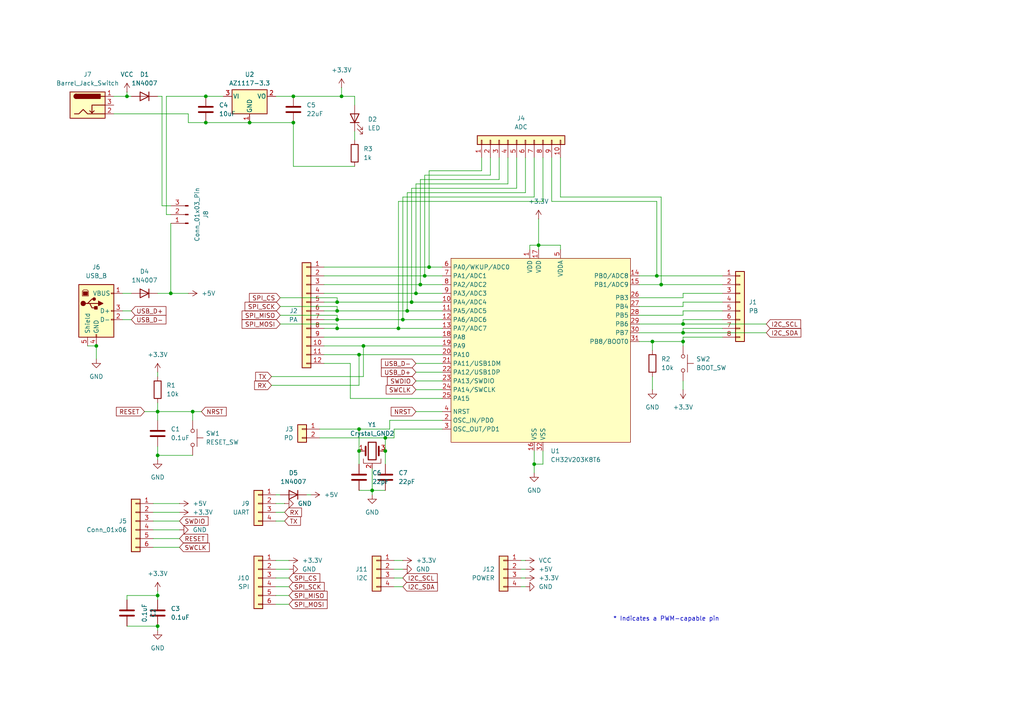
<source format=kicad_sch>
(kicad_sch (version 20231120) (generator "eeschema") (generator_version "8.0")
  (paper "A4")
  (title_block (date "mar. 31 mars 2015"))
  (lib_symbols
    (symbol "+5V_1" (power) (pin_numbers hide) (pin_names (offset 0) hide)
      (property "Value" "+5V" (at 0 3.556 0))
      (symbol "+5V_1_1_1"
        (pin power_in line (at 0 0 90) (length 0) (name "~") (number "1"))
      )
    )
    (symbol "+5V_2" (power) (pin_numbers hide) (pin_names (offset 0) hide)
      (property "Value" "+5V" (at 0 3.556 0))
      (symbol "+5V_2_1_1"
        (pin power_in line (at 0 0 90) (length 0) (name "~") (number "1"))
      )
    )
    (symbol "Connector:Barrel_Jack_Switch" (pin_names hide)
      (property "Reference" "J" (at 0 5.334 0))
      (property "Value" "Barrel_Jack_Switch" (at 0 -5.08 0))
      (symbol "Barrel_Jack_Switch_1_1"
        (pin passive line (at 7.62 2.54 180) (length 2.54) (name "~") (number "1"))
        (pin passive line (at 7.62 -2.54 180) (length 2.54) (name "~") (number "2"))
        (pin passive line (at 7.62 0 180) (length 2.54) (name "~") (number "3"))
      )
    )
    (symbol "Connector:Conn_01x03_Pin" (pin_names (offset 1.016) hide)
      (property "Reference" "J" (at 0 5.08 0))
      (property "Value" "Conn_01x03_Pin" (at 0 -5.08 0))
      (symbol "Conn_01x03_Pin_1_1"
        (pin passive line (at 5.08 2.54 180) (length 3.81) (name "Pin_1") (number "1"))
        (pin passive line (at 5.08 0 180) (length 3.81) (name "Pin_2") (number "2"))
        (pin passive line (at 5.08 -2.54 180) (length 3.81) (name "Pin_3") (number "3"))
      )
    )
    (symbol "Connector:USB_B" (pin_names (offset 1.016))
      (property "Reference" "J" (at -5.08 11.43 0))
      (property "Value" "USB_B" (at -5.08 8.89 0))
      (symbol "USB_B_1_1"
        (pin power_out line (at 7.62 5.08 180) (length 2.54) (name "VBUS") (number "1"))
        (pin bidirectional line (at 7.62 -2.54 180) (length 2.54) (name "D-") (number "2"))
        (pin bidirectional line (at 7.62 0 180) (length 2.54) (name "D+") (number "3"))
        (pin power_out line (at 0 -10.16 90) (length 2.54) (name "GND") (number "4"))
        (pin passive line (at -2.54 -10.16 90) (length 2.54) (name "Shield") (number "5"))
      )
    )
    (symbol "Connector_Generic:Conn_01x02" (pin_names (offset 1.016) hide)
      (property "Reference" "J" (at 0 2.54 0))
      (property "Value" "Conn_01x02" (at 0 -5.08 0))
      (symbol "Conn_01x02_1_1"
        (pin passive line (at -5.08 0 0) (length 3.81) (name "Pin_1") (number "1"))
        (pin passive line (at -5.08 -2.54 0) (length 3.81) (name "Pin_2") (number "2"))
      )
    )
    (symbol "Connector_Generic:Conn_01x04" (pin_names (offset 1.016) hide)
      (property "Reference" "J" (at 0 5.08 0))
      (property "Value" "Conn_01x04" (at 0 -7.62 0))
      (symbol "Conn_01x04_1_1"
        (pin passive line (at -5.08 2.54 0) (length 3.81) (name "Pin_1") (number "1"))
        (pin passive line (at -5.08 0 0) (length 3.81) (name "Pin_2") (number "2"))
        (pin passive line (at -5.08 -2.54 0) (length 3.81) (name "Pin_3") (number "3"))
        (pin passive line (at -5.08 -5.08 0) (length 3.81) (name "Pin_4") (number "4"))
      )
    )
    (symbol "Connector_Generic:Conn_01x06" (pin_names (offset 1.016) hide)
      (property "Reference" "J" (at 0 7.62 0))
      (property "Value" "Conn_01x06" (at 0 -10.16 0))
      (symbol "Conn_01x06_1_1"
        (pin passive line (at -5.08 5.08 0) (length 3.81) (name "Pin_1") (number "1"))
        (pin passive line (at -5.08 2.54 0) (length 3.81) (name "Pin_2") (number "2"))
        (pin passive line (at -5.08 0 0) (length 3.81) (name "Pin_3") (number "3"))
        (pin passive line (at -5.08 -2.54 0) (length 3.81) (name "Pin_4") (number "4"))
        (pin passive line (at -5.08 -5.08 0) (length 3.81) (name "Pin_5") (number "5"))
        (pin passive line (at -5.08 -7.62 0) (length 3.81) (name "Pin_6") (number "6"))
      )
    )
    (symbol "Connector_Generic:Conn_01x08" (pin_names (offset 1.016) hide)
      (property "Reference" "J" (at 0 10.16 0))
      (property "Value" "Conn_01x08" (at 0 -12.7 0))
      (symbol "Conn_01x08_1_1"
        (pin passive line (at -5.08 7.62 0) (length 3.81) (name "Pin_1") (number "1"))
        (pin passive line (at -5.08 5.08 0) (length 3.81) (name "Pin_2") (number "2"))
        (pin passive line (at -5.08 2.54 0) (length 3.81) (name "Pin_3") (number "3"))
        (pin passive line (at -5.08 0 0) (length 3.81) (name "Pin_4") (number "4"))
        (pin passive line (at -5.08 -2.54 0) (length 3.81) (name "Pin_5") (number "5"))
        (pin passive line (at -5.08 -5.08 0) (length 3.81) (name "Pin_6") (number "6"))
        (pin passive line (at -5.08 -7.62 0) (length 3.81) (name "Pin_7") (number "7"))
        (pin passive line (at -5.08 -10.16 0) (length 3.81) (name "Pin_8") (number "8"))
      )
    )
    (symbol "Connector_Generic:Conn_01x10" (pin_names (offset 1.016) hide)
      (property "Reference" "J" (at 0 12.7 0))
      (property "Value" "Conn_01x10" (at 0 -15.24 0))
      (symbol "Conn_01x10_1_1"
        (pin passive line (at -5.08 10.16 0) (length 3.81) (name "Pin_1") (number "1"))
        (pin passive line (at -5.08 -12.7 0) (length 3.81) (name "Pin_10") (number "10"))
        (pin passive line (at -5.08 7.62 0) (length 3.81) (name "Pin_2") (number "2"))
        (pin passive line (at -5.08 5.08 0) (length 3.81) (name "Pin_3") (number "3"))
        (pin passive line (at -5.08 2.54 0) (length 3.81) (name "Pin_4") (number "4"))
        (pin passive line (at -5.08 0 0) (length 3.81) (name "Pin_5") (number "5"))
        (pin passive line (at -5.08 -2.54 0) (length 3.81) (name "Pin_6") (number "6"))
        (pin passive line (at -5.08 -5.08 0) (length 3.81) (name "Pin_7") (number "7"))
        (pin passive line (at -5.08 -7.62 0) (length 3.81) (name "Pin_8") (number "8"))
        (pin passive line (at -5.08 -10.16 0) (length 3.81) (name "Pin_9") (number "9"))
      )
    )
    (symbol "Connector_Generic:Conn_01x12" (pin_names (offset 1.016) hide)
      (property "Reference" "J" (at 0 15.24 0))
      (property "Value" "Conn_01x12" (at 0 -17.78 0))
      (symbol "Conn_01x12_1_1"
        (pin passive line (at -5.08 12.7 0) (length 3.81) (name "Pin_1") (number "1"))
        (pin passive line (at -5.08 -10.16 0) (length 3.81) (name "Pin_10") (number "10"))
        (pin passive line (at -5.08 -12.7 0) (length 3.81) (name "Pin_11") (number "11"))
        (pin passive line (at -5.08 -15.24 0) (length 3.81) (name "Pin_12") (number "12"))
        (pin passive line (at -5.08 10.16 0) (length 3.81) (name "Pin_2") (number "2"))
        (pin passive line (at -5.08 7.62 0) (length 3.81) (name "Pin_3") (number "3"))
        (pin passive line (at -5.08 5.08 0) (length 3.81) (name "Pin_4") (number "4"))
        (pin passive line (at -5.08 2.54 0) (length 3.81) (name "Pin_5") (number "5"))
        (pin passive line (at -5.08 0 0) (length 3.81) (name "Pin_6") (number "6"))
        (pin passive line (at -5.08 -2.54 0) (length 3.81) (name "Pin_7") (number "7"))
        (pin passive line (at -5.08 -5.08 0) (length 3.81) (name "Pin_8") (number "8"))
        (pin passive line (at -5.08 -7.62 0) (length 3.81) (name "Pin_9") (number "9"))
      )
    )
    (symbol "Device:C" (pin_numbers hide) (pin_names (offset 0.254))
      (property "Reference" "C" (at 0.635 2.54 0))
      (property "Value" "C" (at 0.635 -2.54 0))
      (symbol "C_1_1"
        (pin passive line (at 0 3.81 270) (length 2.794) (name "~") (number "1"))
        (pin passive line (at 0 -3.81 90) (length 2.794) (name "~") (number "2"))
      )
    )
    (symbol "Device:Crystal_GND2" (pin_names (offset 1.016) hide)
      (property "Reference" "Y" (at 0 5.715 0))
      (property "Value" "Crystal_GND2" (at 0 3.81 0))
      (symbol "Crystal_GND2_1_1"
        (pin passive line (at -3.81 0 0) (length 1.27) (name "1") (number "1"))
        (pin passive line (at 0 -5.08 90) (length 1.27) (name "2") (number "2"))
        (pin passive line (at 3.81 0 180) (length 1.27) (name "3") (number "3"))
      )
    )
    (symbol "Device:LED" (pin_numbers hide) (pin_names (offset 1.016) hide)
      (property "Reference" "D" (at 0 2.54 0))
      (property "Value" "LED" (at 0 -2.54 0))
      (symbol "LED_1_1"
        (pin passive line (at -3.81 0 0) (length 2.54) (name "K") (number "1"))
        (pin passive line (at 3.81 0 180) (length 2.54) (name "A") (number "2"))
      )
    )
    (symbol "Device:R" (pin_numbers hide) (pin_names (offset 0))
      (property "Reference" "R" (at 2.032 0 90))
      (property "Value" "R" (at 0 0 90))
      (symbol "R_1_1"
        (pin passive line (at 0 3.81 270) (length 1.27) (name "~") (number "1"))
        (pin passive line (at 0 -3.81 90) (length 1.27) (name "~") (number "2"))
      )
    )
    (symbol "Diode:1N4007" (pin_numbers hide) (pin_names hide)
      (property "Reference" "D" (at 0 2.54 0))
      (property "Value" "1N4007" (at 0 -2.54 0))
      (symbol "1N4007_1_1"
        (pin passive line (at -3.81 0 0) (length 2.54) (name "K") (number "1"))
        (pin passive line (at 3.81 0 180) (length 2.54) (name "A") (number "2"))
      )
    )
    (symbol "GND_1" (power) (pin_numbers hide) (pin_names (offset 0) hide)
      (property "Value" "GND" (at 0 -3.81 0))
      (symbol "GND_1_1_1"
        (pin power_in line (at 0 0 270) (length 0) (name "~") (number "1"))
      )
    )
    (symbol "GND_2" (power) (pin_numbers hide) (pin_names (offset 0) hide)
      (property "Value" "GND" (at 0 -3.81 0))
      (symbol "GND_2_1_1"
        (pin power_in line (at 0 0 270) (length 0) (name "~") (number "1"))
      )
    )
    (symbol "GND_4" (power) (pin_numbers hide) (pin_names (offset 0) hide)
      (property "Value" "GND" (at 0 -3.81 0))
      (symbol "GND_4_1_1"
        (pin power_in line (at 0 0 270) (length 0) (name "~") (number "1"))
      )
    )
    (symbol "GND_5" (power) (pin_numbers hide) (pin_names (offset 0) hide)
      (property "Value" "GND" (at 0 -3.81 0))
      (symbol "GND_5_1_1"
        (pin power_in line (at 0 0 270) (length 0) (name "~") (number "1"))
      )
    )
    (symbol "GND_6" (power) (pin_numbers hide) (pin_names (offset 0) hide)
      (property "Value" "GND" (at 0 -3.81 0))
      (symbol "GND_6_1_1"
        (pin power_in line (at 0 0 270) (length 0) (name "~") (number "1"))
      )
    )
    (symbol "Regulator_Linear:AZ1117-3.3" (pin_names (offset 0.254))
      (property "Reference" "U" (at -3.81 3.175 0))
      (property "Value" "AZ1117-3.3" (at 0 3.175 0))
      (symbol "AZ1117-3.3_1_1"
        (pin power_in line (at 0 -7.62 90) (length 2.54) (name "GND") (number "1"))
        (pin power_out line (at 7.62 0 180) (length 2.54) (name "VO") (number "2"))
        (pin power_in line (at -7.62 0 0) (length 2.54) (name "VI") (number "3"))
      )
    )
    (symbol "Switch:SW_Push" (pin_numbers hide) (pin_names (offset 1.016) hide)
      (property "Reference" "SW" (at 1.27 2.54 0))
      (property "Value" "SW_Push" (at 0 -1.524 0))
      (symbol "SW_Push_0_1"
        (pin passive line (at -5.08 0 0) (length 2.54) (name "1") (number "1"))
        (pin passive line (at 5.08 0 180) (length 2.54) (name "2") (number "2"))
      )
    )
    (symbol "VCC_1" (power) (pin_numbers hide) (pin_names (offset 0) hide)
      (property "Value" "VCC" (at 0 3.556 0))
      (symbol "VCC_1_1_1"
        (pin power_in line (at 0 0 90) (length 0) (name "~") (number "1"))
      )
    )
    (symbol "ch32v203:CH32V203K8T6"
      (property "Reference" "U" (at -16.51 29.21 0))
      (property "Value" "CH32V203K8T6" (at -15.24 26.67 0))
      (symbol "CH32V203K8T6_1_1"
        (pin power_in line (at -2.54 27.94 270) (length 2.54) (name "VDD") (number "1"))
        (pin bidirectional line (at -27.94 12.7 0) (length 2.54) (name "PA4/ADC4") (number "10"))
        (pin bidirectional line (at -27.94 10.16 0) (length 2.54) (name "PA5/ADC5") (number "11"))
        (pin bidirectional line (at -27.94 7.62 0) (length 2.54) (name "PA6/ADC6") (number "12"))
        (pin bidirectional line (at -27.94 5.08 0) (length 2.54) (name "PA7/ADC7") (number "13"))
        (pin bidirectional line (at 29.21 20.32 180) (length 2.54) (name "PB0/ADC8") (number "14"))
        (pin bidirectional line (at 29.21 17.78 180) (length 2.54) (name "PB1/ADC9") (number "15"))
        (pin power_in line (at -1.27 -30.48 90) (length 2.54) (name "VSS") (number "16"))
        (pin power_in line (at 0 27.94 270) (length 2.54) (name "VDD") (number "17"))
        (pin bidirectional line (at -27.94 2.54 0) (length 2.54) (name "PA8") (number "18"))
        (pin bidirectional line (at -27.94 0 0) (length 2.54) (name "PA9") (number "19"))
        (pin bidirectional line (at -27.94 -21.59 0) (length 2.54) (name "OSC_IN/PD0") (number "2"))
        (pin bidirectional line (at -27.94 -2.54 0) (length 2.54) (name "PA10") (number "20"))
        (pin bidirectional line (at -27.94 -5.08 0) (length 2.54) (name "PA11/USB1DM") (number "21"))
        (pin bidirectional line (at -27.94 -7.62 0) (length 2.54) (name "PA12/USB1DP") (number "22"))
        (pin bidirectional line (at -27.94 -10.16 0) (length 2.54) (name "PA13/SWDIO") (number "23"))
        (pin bidirectional line (at -27.94 -12.7 0) (length 2.54) (name "PA14/SWCLK") (number "24"))
        (pin bidirectional line (at -27.94 -15.24 0) (length 2.54) (name "PA15") (number "25"))
        (pin bidirectional line (at 29.21 13.97 180) (length 2.54) (name "PB3") (number "26"))
        (pin bidirectional line (at 29.21 11.43 180) (length 2.54) (name "PB4") (number "27"))
        (pin bidirectional line (at 29.21 8.89 180) (length 2.54) (name "PB5") (number "28"))
        (pin bidirectional line (at 29.21 6.35 180) (length 2.54) (name "PB6") (number "29"))
        (pin bidirectional line (at -27.94 -24.13 0) (length 2.54) (name "OSC_OUT/PD1") (number "3"))
        (pin bidirectional line (at 29.21 3.81 180) (length 2.54) (name "PB7") (number "30"))
        (pin bidirectional line (at 29.21 1.27 180) (length 2.54) (name "PB8/BOOT0") (number "31"))
        (pin power_in line (at 1.27 -30.48 90) (length 2.54) (name "VSS") (number "32"))
        (pin bidirectional line (at -27.94 -19.05 0) (length 2.54) (name "NRST") (number "4"))
        (pin power_in line (at 6.35 27.94 270) (length 2.54) (name "VDDA") (number "5"))
        (pin bidirectional line (at -27.94 22.86 0) (length 2.54) (name "PA0/WKUP/ADC0") (number "6"))
        (pin bidirectional line (at -27.94 20.32 0) (length 2.54) (name "PA1/ADC1") (number "7"))
        (pin bidirectional line (at -27.94 17.78 0) (length 2.54) (name "PA2/ADC2") (number "8"))
        (pin bidirectional line (at -27.94 15.24 0) (length 2.54) (name "PA3/ADC3") (number "9"))
      )
    )
    (symbol "power:+3.3V" (power) (pin_numbers hide) (pin_names (offset 0) hide)
      (property "Value" "+3.3V" (at 0 3.556 0))
      (symbol "+3.3V_1_1"
        (pin power_in line (at 0 0 90) (length 0) (name "~") (number "1"))
      )
    )
    (symbol "power:+5V" (power) (pin_numbers hide) (pin_names (offset 0) hide)
      (property "Value" "+5V" (at 0 3.556 0))
      (symbol "+5V_1_1"
        (pin power_in line (at 0 0 90) (length 0) (name "~") (number "1"))
      )
    )
    (symbol "power:GND" (power) (pin_numbers hide) (pin_names (offset 0) hide)
      (property "Value" "GND" (at 0 -3.81 0))
      (symbol "GND_1_1"
        (pin power_in line (at 0 0 270) (length 0) (name "~") (number "1"))
      )
    )
    (symbol "power:VCC" (power) (pin_numbers hide) (pin_names (offset 0) hide)
      (property "Value" "VCC" (at 0 3.556 0))
      (symbol "VCC_1_1"
        (pin power_in line (at 0 0 90) (length 0) (name "~") (number "1"))
      )
    )
  )
  (junction (at 85.09 27.94))
  (junction (at 104.14 102.87))
  (junction (at 154.94 134.62))
  (junction (at 119.38 87.63))
  (junction (at 45.72 181.61))
  (junction (at 59.69 35.56))
  (junction (at 36.83 27.94))
  (junction (at 191.77 82.55))
  (junction (at 198.12 96.52))
  (junction (at 121.92 82.55))
  (junction (at 85.09 35.56))
  (junction (at 45.72 172.72))
  (junction (at 190.5 80.01))
  (junction (at 111.76 130.81))
  (junction (at 105.41 100.33))
  (junction (at 55.88 119.38))
  (junction (at 123.19 80.01))
  (junction (at 97.79 95.25))
  (junction (at 107.95 142.24))
  (junction (at 97.79 87.63))
  (junction (at 49.53 85.09))
  (junction (at 59.69 27.94))
  (junction (at 111.76 127))
  (junction (at 116.84 92.71))
  (junction (at 97.79 90.17))
  (junction (at 104.14 130.81))
  (junction (at 118.11 90.17))
  (junction (at 27.94 100.33))
  (junction (at 72.39 35.56))
  (junction (at 97.79 92.71))
  (junction (at 45.72 132.08))
  (junction (at 189.23 99.06))
  (junction (at 99.06 27.94))
  (junction (at 120.65 85.09))
  (junction (at 124.46 77.47))
  (junction (at 156.21 71.12))
  (junction (at 198.12 99.06))
  (junction (at 198.12 93.98))
  (junction (at 45.72 119.38))
  (junction (at 104.14 124.46))
  (junction (at 115.57 95.25))
  (wire (pts (xy 139.7 49.53) (xy 124.46 49.53)))
  (wire (pts (xy 41.91 119.38) (xy 45.72 119.38)))
  (wire (pts (xy 45.72 107.95) (xy 45.72 109.22)))
  (wire (pts (xy 120.65 53.34) (xy 120.65 85.09)))
  (wire (pts (xy 44.45 146.05) (xy 52.07 146.05)))
  (wire (pts (xy 191.77 57.15) (xy 191.77 82.55)))
  (wire (pts (xy 198.12 90.17) (xy 209.55 90.17)))
  (wire (pts (xy 190.5 80.01) (xy 190.5 58.42)))
  (wire (pts (xy 93.98 102.87) (xy 104.14 102.87)))
  (wire (pts (xy 45.72 27.94) (xy 46.99 27.94)))
  (wire (pts (xy 93.98 97.79) (xy 128.27 97.79)))
  (wire (pts (xy 156.21 71.12) (xy 162.56 71.12)))
  (wire (pts (xy 152.4 55.88) (xy 152.4 45.72)))
  (wire (pts (xy 35.56 90.17) (xy 38.1 90.17)))
  (wire (pts (xy 118.11 90.17) (xy 128.27 90.17)))
  (wire (pts (xy 104.14 124.46) (xy 104.14 130.81)))
  (wire (pts (xy 189.23 109.22) (xy 189.23 113.03)))
  (wire (pts (xy 80.01 175.26) (xy 83.82 175.26)))
  (wire (pts (xy 33.02 33.02) (xy 54.61 33.02)))
  (wire (pts (xy 111.76 130.81) (xy 111.76 134.62)))
  (wire (pts (xy 36.83 172.72) (xy 36.83 173.99)))
  (wire (pts (xy 27.94 100.33) (xy 27.94 104.14)))
  (wire (pts (xy 120.65 85.09) (xy 128.27 85.09)))
  (wire (pts (xy 81.28 93.98) (xy 97.79 93.98)))
  (wire (pts (xy 97.79 95.25) (xy 115.57 95.25)))
  (wire (pts (xy 46.99 27.94) (xy 46.99 59.69)))
  (wire (pts (xy 185.42 96.52) (xy 198.12 96.52)))
  (wire (pts (xy 115.57 95.25) (xy 115.57 58.42)))
  (wire (pts (xy 157.48 130.81) (xy 157.48 134.62)))
  (wire (pts (xy 36.83 181.61) (xy 45.72 181.61)))
  (wire (pts (xy 185.42 82.55) (xy 191.77 82.55)))
  (wire (pts (xy 120.65 105.41) (xy 128.27 105.41)))
  (wire (pts (xy 151.13 165.1) (xy 152.4 165.1)))
  (wire (pts (xy 104.14 130.81) (xy 104.14 134.62)))
  (wire (pts (xy 114.3 165.1) (xy 116.84 165.1)))
  (wire (pts (xy 162.56 57.15) (xy 191.77 57.15)))
  (wire (pts (xy 46.99 59.69) (xy 49.53 59.69)))
  (wire (pts (xy 116.84 92.71) (xy 128.27 92.71)))
  (wire (pts (xy 85.09 27.94) (xy 99.06 27.94)))
  (wire (pts (xy 35.56 92.71) (xy 38.1 92.71)))
  (wire (pts (xy 149.86 54.61) (xy 119.38 54.61)))
  (wire (pts (xy 45.72 119.38) (xy 45.72 121.92)))
  (wire (pts (xy 128.27 115.57) (xy 101.6 115.57)))
  (wire (pts (xy 123.19 80.01) (xy 123.19 50.8)))
  (wire (pts (xy 101.6 105.41) (xy 93.98 105.41)))
  (wire (pts (xy 121.92 82.55) (xy 128.27 82.55)))
  (wire (pts (xy 198.12 99.06) (xy 198.12 100.33)))
  (wire (pts (xy 113.03 124.46) (xy 113.03 121.92)))
  (wire (pts (xy 80.01 162.56) (xy 83.82 162.56)))
  (wire (pts (xy 114.3 127) (xy 111.76 127)))
  (wire (pts (xy 45.72 172.72) (xy 36.83 172.72)))
  (wire (pts (xy 97.79 92.71) (xy 116.84 92.71)))
  (wire (pts (xy 120.65 110.49) (xy 128.27 110.49)))
  (wire (pts (xy 198.12 95.25) (xy 209.55 95.25)))
  (wire (pts (xy 144.78 52.07) (xy 144.78 45.72)))
  (wire (pts (xy 25.4 100.33) (xy 27.94 100.33)))
  (wire (pts (xy 156.21 63.5) (xy 156.21 71.12)))
  (wire (pts (xy 44.45 151.13) (xy 52.07 151.13)))
  (wire (pts (xy 198.12 96.52) (xy 222.25 96.52)))
  (wire (pts (xy 116.84 92.71) (xy 116.84 57.15)))
  (wire (pts (xy 118.11 55.88) (xy 118.11 90.17)))
  (wire (pts (xy 107.95 135.89) (xy 107.95 142.24)))
  (wire (pts (xy 104.14 124.46) (xy 113.03 124.46)))
  (wire (pts (xy 142.24 50.8) (xy 142.24 45.72)))
  (wire (pts (xy 104.14 111.76) (xy 104.14 102.87)))
  (wire (pts (xy 198.12 88.9) (xy 198.12 87.63)))
  (wire (pts (xy 121.92 82.55) (xy 121.92 52.07)))
  (wire (pts (xy 93.98 77.47) (xy 124.46 77.47)))
  (wire (pts (xy 48.26 62.23) (xy 48.26 27.94)))
  (wire (pts (xy 114.3 167.64) (xy 116.84 167.64)))
  (wire (pts (xy 116.84 57.15) (xy 154.94 57.15)))
  (wire (pts (xy 97.79 87.63) (xy 97.79 86.36)))
  (wire (pts (xy 190.5 58.42) (xy 160.02 58.42)))
  (wire (pts (xy 209.55 97.79) (xy 198.12 97.79)))
  (wire (pts (xy 119.38 87.63) (xy 128.27 87.63)))
  (wire (pts (xy 114.3 170.18) (xy 116.84 170.18)))
  (wire (pts (xy 124.46 49.53) (xy 124.46 77.47)))
  (wire (pts (xy 198.12 91.44) (xy 198.12 90.17)))
  (wire (pts (xy 101.6 115.57) (xy 101.6 105.41)))
  (wire (pts (xy 104.14 142.24) (xy 107.95 142.24)))
  (wire (pts (xy 36.83 27.94) (xy 38.1 27.94)))
  (wire (pts (xy 115.57 58.42) (xy 157.48 58.42)))
  (wire (pts (xy 102.87 38.1) (xy 102.87 40.64)))
  (wire (pts (xy 80.01 148.59) (xy 82.55 148.59)))
  (wire (pts (xy 44.45 153.67) (xy 52.07 153.67)))
  (wire (pts (xy 45.72 85.09) (xy 49.53 85.09)))
  (wire (pts (xy 48.26 27.94) (xy 59.69 27.94)))
  (wire (pts (xy 80.01 146.05) (xy 82.55 146.05)))
  (wire (pts (xy 97.79 87.63) (xy 119.38 87.63)))
  (wire (pts (xy 45.72 172.72) (xy 45.72 173.99)))
  (wire (pts (xy 81.28 91.44) (xy 97.79 91.44)))
  (wire (pts (xy 198.12 96.52) (xy 198.12 95.25)))
  (wire (pts (xy 123.19 50.8) (xy 142.24 50.8)))
  (wire (pts (xy 160.02 58.42) (xy 160.02 45.72)))
  (wire (pts (xy 44.45 158.75) (xy 52.07 158.75)))
  (wire (pts (xy 154.94 57.15) (xy 154.94 45.72)))
  (wire (pts (xy 92.71 127) (xy 111.76 127)))
  (wire (pts (xy 198.12 93.98) (xy 222.25 93.98)))
  (wire (pts (xy 80.01 172.72) (xy 83.82 172.72)))
  (wire (pts (xy 149.86 45.72) (xy 149.86 54.61)))
  (wire (pts (xy 54.61 33.02) (xy 54.61 35.56)))
  (wire (pts (xy 55.88 132.08) (xy 45.72 132.08)))
  (wire (pts (xy 185.42 88.9) (xy 198.12 88.9)))
  (wire (pts (xy 189.23 99.06) (xy 189.23 101.6)))
  (wire (pts (xy 80.01 167.64) (xy 83.82 167.64)))
  (wire (pts (xy 105.41 100.33) (xy 128.27 100.33)))
  (wire (pts (xy 198.12 86.36) (xy 198.12 85.09)))
  (wire (pts (xy 120.65 113.03) (xy 128.27 113.03)))
  (wire (pts (xy 102.87 48.26) (xy 85.09 48.26)))
  (wire (pts (xy 59.69 35.56) (xy 72.39 35.56)))
  (wire (pts (xy 55.88 119.38) (xy 55.88 121.92)))
  (wire (pts (xy 49.53 85.09) (xy 54.61 85.09)))
  (wire (pts (xy 80.01 143.51) (xy 81.28 143.51)))
  (wire (pts (xy 104.14 102.87) (xy 128.27 102.87)))
  (wire (pts (xy 154.94 130.81) (xy 154.94 134.62)))
  (wire (pts (xy 81.28 86.36) (xy 97.79 86.36)))
  (wire (pts (xy 80.01 165.1) (xy 83.82 165.1)))
  (wire (pts (xy 190.5 80.01) (xy 209.55 80.01)))
  (wire (pts (xy 198.12 92.71) (xy 209.55 92.71)))
  (wire (pts (xy 114.3 162.56) (xy 116.84 162.56)))
  (wire (pts (xy 198.12 97.79) (xy 198.12 99.06)))
  (wire (pts (xy 185.42 99.06) (xy 189.23 99.06)))
  (wire (pts (xy 97.79 90.17) (xy 118.11 90.17)))
  (wire (pts (xy 97.79 90.17) (xy 97.79 88.9)))
  (wire (pts (xy 118.11 55.88) (xy 152.4 55.88)))
  (wire (pts (xy 107.95 142.24) (xy 107.95 143.51)))
  (wire (pts (xy 99.06 27.94) (xy 99.06 25.4)))
  (wire (pts (xy 105.41 109.22) (xy 78.74 109.22)))
  (wire (pts (xy 123.19 80.01) (xy 128.27 80.01)))
  (wire (pts (xy 80.01 27.94) (xy 85.09 27.94)))
  (wire (pts (xy 45.72 116.84) (xy 45.72 119.38)))
  (wire (pts (xy 114.3 124.46) (xy 114.3 127)))
  (wire (pts (xy 45.72 132.08) (xy 45.72 129.54)))
  (wire (pts (xy 33.02 27.94) (xy 36.83 27.94)))
  (wire (pts (xy 49.53 62.23) (xy 48.26 62.23)))
  (wire (pts (xy 93.98 92.71) (xy 97.79 92.71)))
  (wire (pts (xy 162.56 71.12) (xy 162.56 72.39)))
  (wire (pts (xy 151.13 162.56) (xy 152.4 162.56)))
  (wire (pts (xy 44.45 156.21) (xy 52.07 156.21)))
  (wire (pts (xy 198.12 87.63) (xy 209.55 87.63)))
  (wire (pts (xy 97.79 95.25) (xy 97.79 93.98)))
  (wire (pts (xy 156.21 71.12) (xy 156.21 72.39)))
  (wire (pts (xy 124.46 77.47) (xy 128.27 77.47)))
  (wire (pts (xy 121.92 52.07) (xy 144.78 52.07)))
  (wire (pts (xy 198.12 110.49) (xy 198.12 113.03)))
  (wire (pts (xy 45.72 119.38) (xy 55.88 119.38)))
  (wire (pts (xy 115.57 95.25) (xy 128.27 95.25)))
  (wire (pts (xy 80.01 170.18) (xy 83.82 170.18)))
  (wire (pts (xy 36.83 27.94) (xy 36.83 26.67)))
  (wire (pts (xy 93.98 90.17) (xy 97.79 90.17)))
  (wire (pts (xy 147.32 45.72) (xy 147.32 53.34)))
  (wire (pts (xy 88.9 143.51) (xy 90.17 143.51)))
  (wire (pts (xy 97.79 92.71) (xy 97.79 91.44)))
  (wire (pts (xy 107.95 142.24) (xy 111.76 142.24)))
  (wire (pts (xy 139.7 45.72) (xy 139.7 49.53)))
  (wire (pts (xy 93.98 82.55) (xy 121.92 82.55)))
  (wire (pts (xy 185.42 91.44) (xy 198.12 91.44)))
  (wire (pts (xy 44.45 148.59) (xy 52.07 148.59)))
  (wire (pts (xy 119.38 54.61) (xy 119.38 87.63)))
  (wire (pts (xy 185.42 93.98) (xy 198.12 93.98)))
  (wire (pts (xy 102.87 27.94) (xy 102.87 30.48)))
  (wire (pts (xy 185.42 86.36) (xy 198.12 86.36)))
  (wire (pts (xy 93.98 100.33) (xy 105.41 100.33)))
  (wire (pts (xy 45.72 182.88) (xy 45.72 181.61)))
  (wire (pts (xy 151.13 167.64) (xy 152.4 167.64)))
  (wire (pts (xy 198.12 93.98) (xy 198.12 92.71)))
  (wire (pts (xy 151.13 170.18) (xy 152.4 170.18)))
  (wire (pts (xy 153.67 72.39) (xy 153.67 71.12)))
  (wire (pts (xy 128.27 124.46) (xy 114.3 124.46)))
  (wire (pts (xy 35.56 85.09) (xy 38.1 85.09)))
  (wire (pts (xy 185.42 80.01) (xy 190.5 80.01)))
  (wire (pts (xy 55.88 119.38) (xy 58.42 119.38)))
  (wire (pts (xy 198.12 85.09) (xy 209.55 85.09)))
  (wire (pts (xy 120.65 107.95) (xy 128.27 107.95)))
  (wire (pts (xy 154.94 134.62) (xy 154.94 137.16)))
  (wire (pts (xy 92.71 124.46) (xy 104.14 124.46)))
  (wire (pts (xy 99.06 27.94) (xy 102.87 27.94)))
  (wire (pts (xy 120.65 119.38) (xy 128.27 119.38)))
  (wire (pts (xy 93.98 85.09) (xy 120.65 85.09)))
  (wire (pts (xy 93.98 95.25) (xy 97.79 95.25)))
  (wire (pts (xy 147.32 53.34) (xy 120.65 53.34)))
  (wire (pts (xy 111.76 127) (xy 111.76 130.81)))
  (wire (pts (xy 105.41 100.33) (xy 105.41 109.22)))
  (wire (pts (xy 97.79 88.9) (xy 81.28 88.9)))
  (wire (pts (xy 78.74 111.76) (xy 104.14 111.76)))
  (wire (pts (xy 157.48 58.42) (xy 157.48 45.72)))
  (wire (pts (xy 45.72 171.45) (xy 45.72 172.72)))
  (wire (pts (xy 49.53 85.09) (xy 49.53 64.77)))
  (wire (pts (xy 153.67 71.12) (xy 156.21 71.12)))
  (wire (pts (xy 93.98 80.01) (xy 123.19 80.01)))
  (wire (pts (xy 59.69 27.94) (xy 64.77 27.94)))
  (wire (pts (xy 113.03 121.92) (xy 128.27 121.92)))
  (wire (pts (xy 45.72 132.08) (xy 45.72 133.35)))
  (wire (pts (xy 54.61 35.56) (xy 59.69 35.56)))
  (wire (pts (xy 80.01 151.13) (xy 82.55 151.13)))
  (wire (pts (xy 189.23 99.06) (xy 198.12 99.06)))
  (wire (pts (xy 85.09 35.56) (xy 85.09 48.26)))
  (wire (pts (xy 157.48 134.62) (xy 154.94 134.62)))
  (wire (pts (xy 72.39 35.56) (xy 85.09 35.56)))
  (wire (pts (xy 93.98 87.63) (xy 97.79 87.63)))
  (wire (pts (xy 191.77 82.55) (xy 209.55 82.55)))
  (wire (pts (xy 162.56 45.72) (xy 162.56 57.15)))
  (text "* Indicates a PWM-capable pin" (at 177.8 180.34 0) (effects (font (size 1.27 1.27)) (justify left bottom)))
  (global_label "I2C_SCL" (shape input) (at 222.25 93.98 0) (property "Intersheetrefs" "${INTERSHEET_REFS}" (effects (hide yes))))
  (global_label "RX" (shape input) (at 82.55 148.59 0) (property "Intersheetrefs" "${INTERSHEET_REFS}" (effects (hide yes))))
  (global_label "TX" (shape input) (at 78.74 109.22 180) (property "Intersheetrefs" "${INTERSHEET_REFS}" (effects (hide yes))))
  (global_label "SPI_SCK" (shape input) (at 81.28 88.9 180) (property "Intersheetrefs" "${INTERSHEET_REFS}" (effects (hide yes))))
  (global_label "TX" (shape input) (at 82.55 151.13 0) (property "Intersheetrefs" "${INTERSHEET_REFS}" (effects (hide yes))))
  (global_label "I2C_SDA" (shape input) (at 222.25 96.52 0) (property "Intersheetrefs" "${INTERSHEET_REFS}" (effects (hide yes))))
  (global_label "SPI_CS" (shape input) (at 83.82 167.64 0) (property "Intersheetrefs" "${INTERSHEET_REFS}" (effects (hide yes))))
  (global_label "SPI_MOSI" (shape input) (at 81.28 93.98 180) (property "Intersheetrefs" "${INTERSHEET_REFS}" (effects (hide yes))))
  (global_label "SPI_CS" (shape input) (at 81.28 86.36 180) (property "Intersheetrefs" "${INTERSHEET_REFS}" (effects (hide yes))))
  (global_label "I2C_SCL" (shape input) (at 116.84 167.64 0) (property "Intersheetrefs" "${INTERSHEET_REFS}" (effects (hide yes))))
  (global_label "I2C_SDA" (shape input) (at 116.84 170.18 0) (property "Intersheetrefs" "${INTERSHEET_REFS}" (effects (hide yes))))
  (global_label "USB_D+" (shape input) (at 38.1 90.17 0) (property "Intersheetrefs" "${INTERSHEET_REFS}" (effects (hide yes))))
  (global_label "USB_D-" (shape input) (at 120.65 105.41 180) (property "Intersheetrefs" "${INTERSHEET_REFS}" (effects (hide yes))))
  (global_label "NRST" (shape input) (at 120.65 119.38 180) (property "Intersheetrefs" "${INTERSHEET_REFS}" (effects (hide yes))))
  (global_label "RESET" (shape input) (at 41.91 119.38 180) (property "Intersheetrefs" "${INTERSHEET_REFS}" (effects (hide yes))))
  (global_label "RESET" (shape input) (at 52.07 156.21 0) (property "Intersheetrefs" "${INTERSHEET_REFS}" (effects (hide yes))))
  (global_label "RX" (shape input) (at 78.74 111.76 180) (property "Intersheetrefs" "${INTERSHEET_REFS}" (effects (hide yes))))
  (global_label "NRST" (shape input) (at 58.42 119.38 0) (property "Intersheetrefs" "${INTERSHEET_REFS}" (effects (hide yes))))
  (global_label "SWDIO" (shape input) (at 120.65 110.49 180) (property "Intersheetrefs" "${INTERSHEET_REFS}" (effects (hide yes))))
  (global_label "SWCLK" (shape input) (at 52.07 158.75 0) (property "Intersheetrefs" "${INTERSHEET_REFS}" (effects (hide yes))))
  (global_label "SWDIO" (shape input) (at 52.07 151.13 0) (property "Intersheetrefs" "${INTERSHEET_REFS}" (effects (hide yes))))
  (global_label "SWCLK" (shape input) (at 120.65 113.03 180) (property "Intersheetrefs" "${INTERSHEET_REFS}" (effects (hide yes))))
  (global_label "SPI_MISO" (shape input) (at 83.82 172.72 0) (property "Intersheetrefs" "${INTERSHEET_REFS}" (effects (hide yes))))
  (global_label "SPI_SCK" (shape input) (at 83.82 170.18 0) (property "Intersheetrefs" "${INTERSHEET_REFS}" (effects (hide yes))))
  (global_label "SPI_MISO" (shape input) (at 81.28 91.44 180) (property "Intersheetrefs" "${INTERSHEET_REFS}" (effects (hide yes))))
  (global_label "USB_D-" (shape input) (at 38.1 92.71 0) (property "Intersheetrefs" "${INTERSHEET_REFS}" (effects (hide yes))))
  (global_label "SPI_MOSI" (shape input) (at 83.82 175.26 0) (property "Intersheetrefs" "${INTERSHEET_REFS}" (effects (hide yes))))
  (global_label "USB_D+" (shape input) (at 120.65 107.95 180) (property "Intersheetrefs" "${INTERSHEET_REFS}" (effects (hide yes))))
  (symbol (lib_id "Regulator_Linear:AZ1117-3.3") (at 72.39 27.94 0) (unit 1)
    (property "Reference" "U2" (at 72.39 21.59 0))
    (property "Value" "AZ1117-3.3" (at 72.39 24.13 0))
    (property "Footprint" "Package_TO_SOT_SMD:SOT-223-3_TabPin2" (effects (hide yes)))
    (property "Datasheet" "https://www.diodes.com/assets/Datasheets/AZ1117.pdf" (effects (hide yes)))
    (property "Description" "1A 20V Fixed LDO Linear Regulator, 3.3V, SOT-89/SOT-223/TO-220/TO-252/TO-263" (effects (hide yes)))
  )
  (symbol (lib_id "Device:C") (at 111.76 138.43 0) (unit 1)
    (property "Reference" "C7" (at 115.57 137.1599 0) (effects (justify left)))
    (property "Value" "22pF" (at 115.57 139.6999 0) (effects (justify left)))
    (property "Footprint" "Capacitor_THT:C_Disc_D5.0mm_W2.5mm_P5.00mm" (effects (hide yes)))
    (property "Description" "Unpolarized capacitor" (effects (hide yes)))
  )
  (symbol (lib_id "power:+3.3V") (at 99.06 25.4 0) (unit 1)
    (property "Reference" "#PWR020" (effects (hide yes)))
    (property "Value" "+3.3V" (at 99.06 20.32 0))
    (property "Description" "Power symbol creates a global label with name \"+3.3V\"" (effects (hide yes)))
  )
  (symbol (lib_id "Connector_Generic:Conn_01x06") (at 74.93 167.64 0) (mirror y) (unit 1)
    (property "Reference" "J10" (at 72.39 167.6399 0) (effects (justify left)))
    (property "Value" "SPI" (at 72.39 170.1799 0) (effects (justify left)))
    (property "Footprint" "Connector_PinHeader_2.54mm:PinHeader_1x06_P2.54mm_Vertical" (effects (hide yes)))
    (property "Description" "Generic connector, single row, 01x06, script generated (kicad-library-utils/schlib/autogen/connector/)" (effects (hide yes)))
  )
  (symbol (lib_id "Device:C") (at 104.14 138.43 0) (unit 1)
    (property "Reference" "C6" (at 107.95 137.1599 0) (effects (justify left)))
    (property "Value" "22pF" (at 107.95 139.6999 0) (effects (justify left)))
    (property "Footprint" "Capacitor_THT:C_Disc_D5.0mm_W2.5mm_P5.00mm" (effects (hide yes)))
    (property "Description" "Unpolarized capacitor" (effects (hide yes)))
  )
  (symbol (lib_id "Connector_Generic:Conn_01x06") (at 39.37 151.13 0) (mirror y) (unit 1)
    (property "Reference" "J5" (at 36.83 151.1299 0) (effects (justify left)))
    (property "Value" "Conn_01x06" (at 36.83 153.6699 0) (effects (justify left)))
    (property "Footprint" "Connector_PinHeader_2.54mm:PinHeader_1x06_P2.54mm_Vertical" (effects (hide yes)))
    (property "Description" "Generic connector, single row, 01x06, script generated (kicad-library-utils/schlib/autogen/connector/)" (effects (hide yes)))
  )
  (symbol (lib_name "GND_5") (lib_id "power:GND") (at 45.72 182.88 0) (unit 1)
    (property "Reference" "#PWR015" (effects (hide yes)))
    (property "Value" "GND" (at 45.72 187.96 0))
    (property "Description" "Power symbol creates a global label with name \"GND\" , ground" (effects (hide yes)))
  )
  (symbol (lib_id "Diode:1N4007") (at 85.09 143.51 0) (mirror y) (unit 1)
    (property "Reference" "D5" (at 85.09 137.16 0))
    (property "Value" "1N4007" (at 85.09 139.7 0))
    (property "Footprint" "Diode_THT:D_DO-41_SOD81_P10.16mm_Horizontal" (effects (hide yes)))
    (property "Datasheet" "http://www.vishay.com/docs/88503/1n4001.pdf" (effects (hide yes)))
    (property "Description" "1000V 1A General Purpose Rectifier Diode, DO-41" (effects (hide yes)))
    (property "Sim.Device" "D" (effects (hide yes)))
    (property "Sim.Pins" "1=K 2=A" (effects (hide yes)))
  )
  (symbol (lib_id "Switch:SW_Push") (at 198.12 105.41 270) (unit 1)
    (property "Reference" "SW2" (at 201.93 104.1399 90) (effects (justify left)))
    (property "Value" "BOOT_SW" (at 201.93 106.6799 90) (effects (justify left)))
    (property "Footprint" "Button_Switch_THT:SW_PUSH_6mm_H5mm" (effects (hide yes)))
    (property "Description" "Push button switch, generic, two pins" (effects (hide yes)))
  )
  (symbol (lib_name "GND_4") (lib_id "power:GND") (at 154.94 137.16 0) (unit 1)
    (property "Reference" "#PWR013" (effects (hide yes)))
    (property "Value" "GND" (at 154.94 142.24 0))
    (property "Description" "Power symbol creates a global label with name \"GND\" , ground" (effects (hide yes)))
  )
  (symbol (lib_name "GND_2") (lib_id "power:GND") (at 189.23 113.03 0) (unit 1)
    (property "Reference" "#PWR017" (effects (hide yes)))
    (property "Value" "GND" (at 189.23 118.11 0))
    (property "Description" "Power symbol creates a global label with name \"GND\" , ground" (effects (hide yes)))
  )
  (symbol (lib_id "power:+5V") (at 90.17 143.51 270) (unit 1)
    (property "Reference" "#PWR03" (effects (hide yes)))
    (property "Value" "+5V" (at 93.98 143.5099 90) (effects (justify left)))
    (property "Description" "Power symbol creates a global label with name \"+5V\"" (effects (hide yes)))
  )
  (symbol (lib_id "Device:R") (at 189.23 105.41 0) (unit 1)
    (property "Reference" "R2" (at 191.77 104.1399 0) (effects (justify left)))
    (property "Value" "10k" (at 191.77 106.6799 0) (effects (justify left)))
    (property "Footprint" "Resistor_THT:R_Axial_DIN0204_L3.6mm_D1.6mm_P7.62mm_Horizontal" (effects (hide yes)))
    (property "Description" "Resistor" (effects (hide yes)))
  )
  (symbol (lib_id "Device:C") (at 45.72 177.8 0) (unit 1)
    (property "Reference" "C3" (at 49.53 176.5299 0) (effects (justify left)))
    (property "Value" "0.1uF" (at 49.53 179.0699 0) (effects (justify left)))
    (property "Footprint" "Capacitor_THT:C_Disc_D5.0mm_W2.5mm_P5.00mm" (effects (hide yes)))
    (property "Description" "Unpolarized capacitor" (effects (hide yes)))
  )
  (symbol (lib_id "Connector_Generic:Conn_01x04") (at 109.22 165.1 0) (mirror y) (unit 1)
    (property "Reference" "J11" (at 106.68 165.0999 0) (effects (justify left)))
    (property "Value" "I2C" (at 106.68 167.6399 0) (effects (justify left)))
    (property "Footprint" "Connector_PinHeader_2.54mm:PinHeader_1x04_P2.54mm_Vertical" (effects (hide yes)))
    (property "Description" "Generic connector, single row, 01x04, script generated (kicad-library-utils/schlib/autogen/connector/)" (effects (hide yes)))
  )
  (symbol (lib_id "power:+3.3V") (at 83.82 162.56 270) (unit 1)
    (property "Reference" "#PWR04" (effects (hide yes)))
    (property "Value" "+3.3V" (at 87.63 162.5599 90) (effects (justify left)))
    (property "Description" "Power symbol creates a global label with name \"+3.3V\"" (effects (hide yes)))
  )
  (symbol (lib_id "Device:C") (at 85.09 31.75 0) (unit 1)
    (property "Reference" "C5" (at 88.9 30.4799 0) (effects (justify left)))
    (property "Value" "22uF" (at 88.9 33.0199 0) (effects (justify left)))
    (property "Footprint" "Capacitor_THT:C_Disc_D5.0mm_W2.5mm_P5.00mm" (effects (hide yes)))
    (property "Description" "Unpolarized capacitor" (effects (hide yes)))
  )
  (symbol (lib_id "Device:C") (at 45.72 125.73 0) (unit 1)
    (property "Reference" "C1" (at 49.53 124.4599 0) (effects (justify left)))
    (property "Value" "0.1uF" (at 49.53 126.9999 0) (effects (justify left)))
    (property "Footprint" "Capacitor_THT:C_Disc_D5.0mm_W2.5mm_P5.00mm" (effects (hide yes)))
    (property "Description" "Unpolarized capacitor" (effects (hide yes)))
  )
  (symbol (lib_id "Device:Crystal_GND2") (at 107.95 130.81 0) (unit 1)
    (property "Reference" "Y1" (at 107.95 123.19 0))
    (property "Value" "Crystal_GND2" (at 107.95 125.73 0))
    (property "Footprint" "Crystal:Crystal_HC49-U-3Pin_Vertical" (effects (hide yes)))
    (property "Description" "Three pin crystal, GND on pin 2" (effects (hide yes)))
  )
  (symbol (lib_id "Diode:1N4007") (at 41.91 85.09 0) (mirror y) (unit 1)
    (property "Reference" "D4" (at 41.91 78.74 0))
    (property "Value" "1N4007" (at 41.91 81.28 0))
    (property "Footprint" "Diode_THT:D_DO-41_SOD81_P10.16mm_Horizontal" (effects (hide yes)))
    (property "Datasheet" "http://www.vishay.com/docs/88503/1n4001.pdf" (effects (hide yes)))
    (property "Description" "1000V 1A General Purpose Rectifier Diode, DO-41" (effects (hide yes)))
    (property "Sim.Device" "D" (effects (hide yes)))
    (property "Sim.Pins" "1=K 2=A" (effects (hide yes)))
  )
  (symbol (lib_id "power:+3.3V") (at 45.72 107.95 0) (unit 1)
    (property "Reference" "#PWR010" (effects (hide yes)))
    (property "Value" "+3.3V" (at 45.72 102.87 0))
    (property "Description" "Power symbol creates a global label with name \"+3.3V\"" (effects (hide yes)))
  )
  (symbol (lib_id "Connector_Generic:Conn_01x12") (at 88.9 90.17 0) (mirror y) (unit 1)
    (property "Reference" "J2" (at 86.36 90.1699 0) (effects (justify left)))
    (property "Value" "PA" (at 86.36 92.7099 0) (effects (justify left)))
    (property "Footprint" "Connector_PinHeader_2.54mm:PinHeader_1x12_P2.54mm_Vertical" (effects (hide yes)))
    (property "Description" "Generic connector, single row, 01x12, script generated (kicad-library-utils/schlib/autogen/connector/)" (effects (hide yes)))
  )
  (symbol (lib_id "Device:R") (at 102.87 44.45 0) (unit 1)
    (property "Reference" "R3" (at 105.41 43.1799 0) (effects (justify left)))
    (property "Value" "1k" (at 105.41 45.7199 0) (effects (justify left)))
    (property "Footprint" "Resistor_THT:R_Axial_DIN0204_L3.6mm_D1.6mm_P7.62mm_Horizontal" (effects (hide yes)))
    (property "Description" "Resistor" (effects (hide yes)))
  )
  (symbol (lib_id "power:+3.3V") (at 116.84 162.56 270) (unit 1)
    (property "Reference" "#PWR012" (effects (hide yes)))
    (property "Value" "+3.3V" (at 120.65 162.5599 90) (effects (justify left)))
    (property "Description" "Power symbol creates a global label with name \"+3.3V\"" (effects (hide yes)))
  )
  (symbol (lib_id "Device:C") (at 59.69 31.75 0) (unit 1)
    (property "Reference" "C4" (at 63.5 30.4799 0) (effects (justify left)))
    (property "Value" "10uF" (at 63.5 33.0199 0) (effects (justify left)))
    (property "Footprint" "Capacitor_THT:C_Disc_D5.0mm_W2.5mm_P5.00mm" (effects (hide yes)))
    (property "Description" "Unpolarized capacitor" (effects (hide yes)))
  )
  (symbol (lib_name "+5V_1") (lib_id "power:+5V") (at 52.07 146.05 270) (unit 1)
    (property "Reference" "#PWR08" (effects (hide yes)))
    (property "Value" "+5V" (at 55.88 146.0499 90) (effects (justify left)))
    (property "Description" "Power symbol creates a global label with name \"+5V\"" (effects (hide yes)))
  )
  (symbol (lib_id "power:+3.3V") (at 45.72 171.45 0) (unit 1)
    (property "Reference" "#PWR014" (effects (hide yes)))
    (property "Value" "+3.3V" (at 45.72 166.37 0))
    (property "Description" "Power symbol creates a global label with name \"+3.3V\"" (effects (hide yes)))
  )
  (symbol (lib_id "power:+3.3V") (at 152.4 167.64 270) (unit 1)
    (property "Reference" "#PWR024" (effects (hide yes)))
    (property "Value" "+3.3V" (at 156.21 167.6399 90) (effects (justify left)))
    (property "Description" "Power symbol creates a global label with name \"+3.3V\"" (effects (hide yes)))
  )
  (symbol (lib_id "Connector_Generic:Conn_01x02") (at 87.63 124.46 0) (mirror y) (unit 1)
    (property "Reference" "J3" (at 85.09 124.4599 0) (effects (justify left)))
    (property "Value" "PD" (at 85.09 126.9999 0) (effects (justify left)))
    (property "Footprint" "Connector_PinHeader_2.54mm:PinHeader_1x02_P2.54mm_Vertical" (effects (hide yes)))
    (property "Description" "Generic connector, single row, 01x02, script generated (kicad-library-utils/schlib/autogen/connector/)" (effects (hide yes)))
  )
  (symbol (lib_name "GND_1") (lib_id "power:GND") (at 52.07 153.67 90) (unit 1)
    (property "Reference" "#PWR06" (effects (hide yes)))
    (property "Value" "GND" (at 55.88 153.6699 90) (effects (justify right)))
    (property "Description" "Power symbol creates a global label with name \"GND\" , ground" (effects (hide yes)))
  )
  (symbol (lib_name "+5V_2") (lib_id "power:+5V") (at 54.61 85.09 270) (unit 1)
    (property "Reference" "#PWR022" (effects (hide yes)))
    (property "Value" "+5V" (at 58.42 85.0899 90) (effects (justify left)))
    (property "Description" "Power symbol creates a global label with name \"+5V\"" (effects (hide yes)))
  )
  (symbol (lib_id "Device:R") (at 45.72 113.03 0) (unit 1)
    (property "Reference" "R1" (at 48.26 111.7599 0) (effects (justify left)))
    (property "Value" "10k" (at 48.26 114.2999 0) (effects (justify left)))
    (property "Footprint" "Resistor_THT:R_Axial_DIN0204_L3.6mm_D1.6mm_P7.62mm_Horizontal" (effects (hide yes)))
    (property "Description" "Resistor" (effects (hide yes)))
  )
  (symbol (lib_id "power:+3.3V") (at 52.07 148.59 270) (unit 1)
    (property "Reference" "#PWR07" (effects (hide yes)))
    (property "Value" "+3.3V" (at 55.88 148.5899 90) (effects (justify left)))
    (property "Description" "Power symbol creates a global label with name \"+3.3V\"" (effects (hide yes)))
  )
  (symbol (lib_id "Connector_Generic:Conn_01x10") (at 149.86 40.64 90) (unit 1)
    (property "Reference" "J4" (at 151.13 34.29 90))
    (property "Value" "ADC" (at 151.13 36.83 90))
    (property "Footprint" "Connector_PinSocket_2.54mm:PinSocket_1x10_P2.54mm_Vertical" (effects (hide yes)))
    (property "Description" "Generic connector, single row, 01x10, script generated (kicad-library-utils/schlib/autogen/connector/)" (effects (hide yes)))
  )
  (symbol (lib_id "Connector:USB_B") (at 27.94 90.17 0) (unit 1)
    (property "Reference" "J6" (at 27.94 77.47 0))
    (property "Value" "USB_B" (at 27.94 80.01 0))
    (property "Footprint" "Connector_USB:USB_B_OST_USB-B1HSxx_Horizontal" (effects (hide yes)))
    (property "Description" "USB Type B connector" (effects (hide yes)))
  )
  (symbol (lib_id "Device:LED") (at 102.87 34.29 90) (unit 1)
    (property "Reference" "D2" (at 106.68 34.6074 90) (effects (justify right)))
    (property "Value" "LED" (at 106.68 37.1474 90) (effects (justify right)))
    (property "Footprint" "LED_THT:LED_D3.0mm" (effects (hide yes)))
    (property "Description" "Light emitting diode" (effects (hide yes)))
  )
  (symbol (lib_id "power:GND") (at 152.4 170.18 90) (unit 1)
    (property "Reference" "#PWR027" (effects (hide yes)))
    (property "Value" "GND" (at 156.21 170.1799 90) (effects (justify right)))
    (property "Description" "Power symbol creates a global label with name \"GND\" , ground" (effects (hide yes)))
  )
  (symbol (lib_id "Connector_Generic:Conn_01x08") (at 214.63 87.63 0) (unit 1)
    (property "Reference" "J1" (at 217.17 87.6299 0) (effects (justify left)))
    (property "Value" "PB" (at 217.17 90.1699 0) (effects (justify left)))
    (property "Footprint" "Connector_PinSocket_2.54mm:PinSocket_1x08_P2.54mm_Vertical" (effects (hide yes)))
    (property "Description" "Generic connector, single row, 01x08, script generated (kicad-library-utils/schlib/autogen/connector/)" (effects (hide yes)))
  )
  (symbol (lib_id "power:VCC") (at 152.4 162.56 270) (unit 1)
    (property "Reference" "#PWR026" (effects (hide yes)))
    (property "Value" "VCC" (at 156.21 162.5599 90) (effects (justify left)))
    (property "Description" "Power symbol creates a global label with name \"VCC\"" (effects (hide yes)))
  )
  (symbol (lib_name "GND_2") (lib_id "power:GND") (at 45.72 133.35 0) (unit 1)
    (property "Reference" "#PWR09" (effects (hide yes)))
    (property "Value" "GND" (at 45.72 138.43 0))
    (property "Description" "Power symbol creates a global label with name \"GND\" , ground" (effects (hide yes)))
  )
  (symbol (lib_id "Connector:Conn_01x03_Pin") (at 54.61 62.23 180) (unit 1)
    (property "Reference" "J8" (at 59.69 62.23 90))
    (property "Value" "Conn_01x03_Pin" (at 57.15 62.23 90))
    (property "Footprint" "Connector_PinHeader_2.54mm:PinHeader_1x03_P2.54mm_Vertical" (effects (hide yes)))
    (property "Description" "Generic connector, single row, 01x03, script generated" (effects (hide yes)))
  )
  (symbol (lib_id "power:+3.3V") (at 198.12 113.03 180) (unit 1)
    (property "Reference" "#PWR016" (effects (hide yes)))
    (property "Value" "+3.3V" (at 198.12 118.11 0))
    (property "Description" "Power symbol creates a global label with name \"+3.3V\"" (effects (hide yes)))
  )
  (symbol (lib_id "Device:C") (at 36.83 177.8 0) (unit 1)
    (property "Reference" "C2" (at 44.45 177.8 90))
    (property "Value" "0.1uF" (at 41.91 177.8 90))
    (property "Footprint" "Capacitor_THT:C_Disc_D5.0mm_W2.5mm_P5.00mm" (effects (hide yes)))
    (property "Description" "Unpolarized capacitor" (effects (hide yes)))
  )
  (symbol (lib_name "VCC_1") (lib_id "power:VCC") (at 36.83 26.67 0) (unit 1)
    (property "Reference" "#PWR019" (effects (hide yes)))
    (property "Value" "VCC" (at 36.83 21.59 0))
    (property "Description" "Power symbol creates a global label with name \"VCC\"" (effects (hide yes)))
  )
  (symbol (lib_id "power:GND") (at 83.82 165.1 90) (unit 1)
    (property "Reference" "#PWR05" (effects (hide yes)))
    (property "Value" "GND" (at 87.63 165.0999 90) (effects (justify right)))
    (property "Description" "Power symbol creates a global label with name \"GND\" , ground" (effects (hide yes)))
  )
  (symbol (lib_id "power:GND") (at 82.55 146.05 90) (unit 1)
    (property "Reference" "#PWR02" (effects (hide yes)))
    (property "Value" "GND" (at 86.36 146.0499 90) (effects (justify right)))
    (property "Description" "Power symbol creates a global label with name \"GND\" , ground" (effects (hide yes)))
  )
  (symbol (lib_id "Connector_Generic:Conn_01x04") (at 74.93 146.05 0) (mirror y) (unit 1)
    (property "Reference" "J9" (at 72.39 146.0499 0) (effects (justify left)))
    (property "Value" "UART" (at 72.39 148.5899 0) (effects (justify left)))
    (property "Footprint" "Connector_PinHeader_2.54mm:PinHeader_1x04_P2.54mm_Vertical" (effects (hide yes)))
    (property "Description" "Generic connector, single row, 01x04, script generated (kicad-library-utils/schlib/autogen/connector/)" (effects (hide yes)))
  )
  (symbol (lib_id "power:+3.3V") (at 156.21 63.5 0) (unit 1)
    (property "Reference" "#PWR011" (effects (hide yes)))
    (property "Value" "+3.3V" (at 156.21 58.42 0))
    (property "Description" "Power symbol creates a global label with name \"+3.3V\"" (effects (hide yes)))
  )
  (symbol (lib_name "GND_6") (lib_id "power:GND") (at 27.94 104.14 0) (unit 1)
    (property "Reference" "#PWR018" (effects (hide yes)))
    (property "Value" "GND" (at 27.94 109.22 0))
    (property "Description" "Power symbol creates a global label with name \"GND\" , ground" (effects (hide yes)))
  )
  (symbol (lib_id "power:GND") (at 116.84 165.1 90) (unit 1)
    (property "Reference" "#PWR023" (effects (hide yes)))
    (property "Value" "GND" (at 120.65 165.0999 90) (effects (justify right)))
    (property "Description" "Power symbol creates a global label with name \"GND\" , ground" (effects (hide yes)))
  )
  (symbol (lib_id "Connector:Barrel_Jack_Switch") (at 25.4 30.48 0) (unit 1)
    (property "Reference" "J7" (at 25.4 21.59 0))
    (property "Value" "Barrel_Jack_Switch" (at 25.4 24.13 0))
    (property "Footprint" "Connector_BarrelJack:BarrelJack_Horizontal" (effects (hide yes)))
    (property "Description" "DC Barrel Jack with an internal switch" (effects (hide yes)))
  )
  (symbol (lib_id "Connector_Generic:Conn_01x04") (at 146.05 165.1 0) (mirror y) (unit 1)
    (property "Reference" "J12" (at 143.51 165.0999 0) (effects (justify left)))
    (property "Value" "POWER" (at 143.51 167.6399 0) (effects (justify left)))
    (property "Footprint" "Connector_PinSocket_2.54mm:PinSocket_1x04_P2.54mm_Vertical" (effects (hide yes)))
    (property "Description" "Generic connector, single row, 01x04, script generated (kicad-library-utils/schlib/autogen/connector/)" (effects (hide yes)))
  )
  (symbol (lib_id "Diode:1N4007") (at 41.91 27.94 180) (unit 1)
    (property "Reference" "D1" (at 41.91 21.59 0))
    (property "Value" "1N4007" (at 41.91 24.13 0))
    (property "Footprint" "Diode_THT:D_DO-41_SOD81_P10.16mm_Horizontal" (effects (hide yes)))
    (property "Datasheet" "http://www.vishay.com/docs/88503/1n4001.pdf" (effects (hide yes)))
    (property "Description" "1000V 1A General Purpose Rectifier Diode, DO-41" (effects (hide yes)))
    (property "Sim.Device" "D" (effects (hide yes)))
    (property "Sim.Pins" "1=K 2=A" (effects (hide yes)))
  )
  (symbol (lib_id "Switch:SW_Push") (at 55.88 127 270) (unit 1)
    (property "Reference" "SW1" (at 59.69 125.7299 90) (effects (justify left)))
    (property "Value" "RESET_SW" (at 59.69 128.2699 90) (effects (justify left)))
    (property "Footprint" "Button_Switch_THT:SW_PUSH_6mm_H5mm" (effects (hide yes)))
    (property "Description" "Push button switch, generic, two pins" (effects (hide yes)))
  )
  (symbol (lib_id "ch32v203:CH32V203K8T6") (at 156.21 100.33 0) (unit 1)
    (property "Reference" "U1" (at 159.6741 130.81 0) (effects (justify left)))
    (property "Value" "CH32V203K8T6" (at 159.6741 133.35 0) (effects (justify left)))
    (property "Footprint" "Package_QFP:LQFP-32_7x7mm_P0.8mm" (effects (hide yes)))
  )
  (symbol (lib_id "power:+5V") (at 152.4 165.1 270) (unit 1)
    (property "Reference" "#PWR025" (effects (hide yes)))
    (property "Value" "+5V" (at 156.21 165.0999 90) (effects (justify left)))
    (property "Description" "Power symbol creates a global label with name \"+5V\"" (effects (hide yes)))
  )
  (symbol (lib_id "power:GND") (at 107.95 143.51 0) (unit 1)
    (property "Reference" "#PWR01" (effects (hide yes)))
    (property "Value" "GND" (at 107.95 148.59 0))
    (property "Description" "Power symbol creates a global label with name \"GND\" , ground" (effects (hide yes)))
  )
)
</source>
